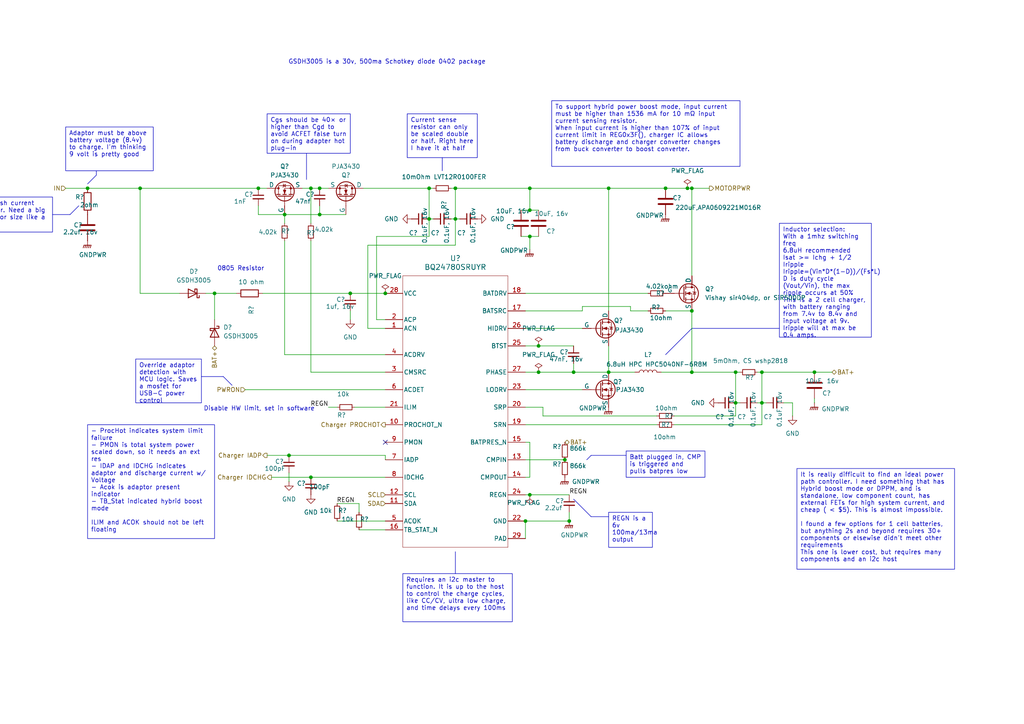
<source format=kicad_sch>
(kicad_sch (version 20231120) (generator "eeschema") (generator_version "8.0")
  (paper "A4")
  (title_block (date "2024-11-28") (rev "V1 Alpha"))
  (lib_symbols
    (symbol "BQ24780s:BQ24780SRUYR" (pin_names (offset 0.254))
      (property "Reference" "U4" (at 0 43.18 0))
      (property "Value" "BQ24780SRUYR" (at 0 40.64 0))
      (symbol "BQ24780SRUYR_0_1"
        (polyline (pts (xy -15.24 -40.64) (xy 15.24 -40.64)) (stroke (width 0.1016)))
        (polyline (pts (xy -15.24 38.1) (xy -15.24 -40.64)) (stroke (width 0.1016)))
        (polyline (pts (xy 15.24 -40.64) (xy 15.24 38.1)) (stroke (width 0.1016)))
        (polyline (pts (xy 15.24 38.1) (xy -15.24 38.1)) (stroke (width 0.1016)))
        (pin input line (at -20.32 22.86 0) (length 5.08) (name "ACN") (number "1"))
        (pin output line (at -20.32 -5.08 0) (length 5.08) (name "PROCHOT_N") (number "10"))
        (pin bidirectional line (at -20.32 -27.94 0) (length 5.08) (name "SDA") (number "11"))
        (pin bidirectional line (at -20.32 -25.4 0) (length 5.08) (name "SCL") (number "12"))
        (pin input line (at 20.32 -15.24 180) (length 5.08) (name "CMPIN") (number "13"))
        (pin output line (at 20.32 -20.32 180) (length 5.08) (name "CMPOUT") (number "14"))
        (pin input line (at 20.32 -10.16 180) (length 5.08) (name "BATPRES_N") (number "15"))
        (pin input line (at -20.32 -35.56 0) (length 5.08) (name "TB_STAT_N") (number "16"))
        (pin output line (at 20.32 27.94 180) (length 5.08) (name "BATSRC") (number "17"))
        (pin input line (at 20.32 33.02 180) (length 5.08) (name "BATDRV") (number "18"))
        (pin input line (at 20.32 -5.08 180) (length 5.08) (name "SRN") (number "19"))
        (pin input line (at -20.32 25.4 0) (length 5.08) (name "ACP") (number "2"))
        (pin input line (at 20.32 0 180) (length 5.08) (name "SRP") (number "20"))
        (pin input line (at -20.32 0 0) (length 5.08) (name "ILIM") (number "21"))
        (pin power_in line (at 20.32 -33.02 180) (length 5.08) (name "GND") (number "22"))
        (pin output line (at 20.32 5.08 180) (length 5.08) (name "LODRV") (number "23"))
        (pin power_in line (at 20.32 -25.4 180) (length 5.08) (name "REGN") (number "24"))
        (pin power_in line (at 20.32 17.78 180) (length 5.08) (name "BTST") (number "25"))
        (pin power_in line (at 20.32 10.16 180) (length 5.08) (name "PHASE") (number "27"))
        (pin power_in line (at -20.32 33.02 0) (length 5.08) (name "VCC") (number "28"))
        (pin power_in line (at 20.32 -38.1 180) (length 5.08) (name "PAD") (number "29"))
        (pin input line (at -20.32 10.16 0) (length 5.08) (name "CMSRC") (number "3"))
        (pin output line (at -20.32 15.24 0) (length 5.08) (name "ACDRV") (number "4"))
        (pin output line (at -20.32 -33.02 0) (length 5.08) (name "ACOK") (number "5"))
        (pin input line (at -20.32 5.08 0) (length 5.08) (name "ACDET") (number "6"))
        (pin output line (at -20.32 -15.24 0) (length 5.08) (name "IADP") (number "7"))
        (pin output line (at -20.32 -20.32 0) (length 5.08) (name "IDCHG") (number "8"))
        (pin output line (at -20.32 -10.16 0) (length 5.08) (name "PMON") (number "9"))
      )
      (symbol "BQ24780SRUYR_1_1"
        (pin output line (at 20.32 22.86 180) (length 5.08) (name "HIDRV") (number "26"))
      )
    )
    (symbol "Device:C" (pin_numbers hide) (pin_names (offset 0.254))
      (property "Reference" "C" (at 0.635 2.54 0))
      (property "Value" "C" (at 0.635 -2.54 0))
      (symbol "C_0_1"
        (polyline (pts (xy -2.032 -0.762) (xy 2.032 -0.762)) (stroke (width 0.508)))
        (polyline (pts (xy -2.032 0.762) (xy 2.032 0.762)) (stroke (width 0.508)))
      )
      (symbol "C_1_1"
        (pin passive line (at 0 3.81 270) (length 2.794) (name "~") (number "1"))
        (pin passive line (at 0 -3.81 90) (length 2.794) (name "~") (number "2"))
      )
    )
    (symbol "Device:C_Small" (pin_numbers hide) (pin_names (offset 0.254) hide)
      (property "Reference" "C" (at 0.254 1.778 0))
      (property "Value" "C_Small" (at 0.254 -2.032 0))
      (symbol "C_Small_0_1"
        (polyline (pts (xy -1.524 -0.508) (xy 1.524 -0.508)) (stroke (width 0.3302)))
        (polyline (pts (xy -1.524 0.508) (xy 1.524 0.508)) (stroke (width 0.3048)))
      )
      (symbol "C_Small_1_1"
        (pin passive line (at 0 2.54 270) (length 2.032) (name "~") (number "1"))
        (pin passive line (at 0 -2.54 90) (length 2.032) (name "~") (number "2"))
      )
    )
    (symbol "Device:D_Schottky" (pin_numbers hide) (pin_names (offset 1.016) hide)
      (property "Reference" "D" (at 0 2.54 0))
      (property "Value" "D_Schottky" (at 0 -2.54 0))
      (symbol "D_Schottky_0_1"
        (polyline (pts (xy 1.27 0) (xy -1.27 0)))
        (polyline (pts (xy 1.27 1.27) (xy 1.27 -1.27) (xy -1.27 0) (xy 1.27 1.27)) (stroke (width 0.254)))
        (polyline (pts (xy -1.905 0.635) (xy -1.905 1.27) (xy -1.27 1.27) (xy -1.27 -1.27) (xy -0.635 -1.27) (xy -0.635 -0.635)) (stroke (width 0.254)))
      )
      (symbol "D_Schottky_1_1"
        (pin passive line (at -3.81 0 0) (length 2.54) (name "K") (number "1"))
        (pin passive line (at 3.81 0 180) (length 2.54) (name "A") (number "2"))
      )
    )
    (symbol "Device:L" (pin_numbers hide) (pin_names (offset 1.016) hide)
      (property "Reference" "L" (at -1.27 0 90))
      (property "Value" "L" (at 1.905 0 90))
      (symbol "L_0_1"
        (arc (start 0 -2.54) (mid 0.6323 -1.905) (end 0 -1.27))
        (arc (start 0 -1.27) (mid 0.6323 -0.635) (end 0 0))
        (arc (start 0 0) (mid 0.6323 0.635) (end 0 1.27))
        (arc (start 0 1.27) (mid 0.6323 1.905) (end 0 2.54))
      )
      (symbol "L_1_1"
        (pin passive line (at 0 3.81 270) (length 1.27) (name "1") (number "1"))
        (pin passive line (at 0 -3.81 90) (length 1.27) (name "2") (number "2"))
      )
    )
    (symbol "Device:R" (pin_numbers hide) (pin_names (offset 0))
      (property "Reference" "R" (at 2.032 0 90))
      (property "Value" "R" (at 0 0 90))
      (symbol "R_0_1"
        (rectangle (start -1.016 -2.54) (end 1.016 2.54) (stroke (width 0.254)))
      )
      (symbol "R_1_1"
        (pin passive line (at 0 3.81 270) (length 1.27) (name "~") (number "1"))
        (pin passive line (at 0 -3.81 90) (length 1.27) (name "~") (number "2"))
      )
    )
    (symbol "Device:R_Small" (pin_numbers hide) (pin_names (offset 0.254) hide)
      (property "Reference" "R" (at 0.762 0.508 0))
      (property "Value" "R_Small" (at 0.762 -1.016 0))
      (symbol "R_Small_0_1"
        (rectangle (start -0.762 1.778) (end 0.762 -1.778) (stroke (width 0.2032)))
      )
      (symbol "R_Small_1_1"
        (pin passive line (at 0 2.54 270) (length 0.762) (name "~") (number "1"))
        (pin passive line (at 0 -2.54 90) (length 0.762) (name "~") (number "2"))
      )
    )
    (symbol "NMOS_1" (pin_numbers hide) (pin_names (offset 0))
      (property "Reference" "Q3" (at 6.35 1.2701 0))
      (property "Value" "NMOS,12v,PPak" (at 6.35 -1.2699 0))
      (symbol "NMOS_1_0_1"
        (polyline (pts (xy 0.254 0) (xy -2.54 0)))
        (polyline (pts (xy 0.254 1.905) (xy 0.254 -1.905)) (stroke (width 0.254)))
        (polyline (pts (xy 0.762 -1.27) (xy 0.762 -2.286)) (stroke (width 0.254)))
        (polyline (pts (xy 0.762 0.508) (xy 0.762 -0.508)) (stroke (width 0.254)))
        (polyline (pts (xy 0.762 2.286) (xy 0.762 1.27)) (stroke (width 0.254)))
        (polyline (pts (xy 2.54 2.54) (xy 2.54 1.778)))
        (polyline (pts (xy 2.54 -2.54) (xy 2.54 0) (xy 0.762 0)))
        (polyline (pts (xy 0.762 -1.778) (xy 3.302 -1.778) (xy 3.302 1.778) (xy 0.762 1.778)))
        (polyline (pts (xy 1.016 0) (xy 2.032 0.381) (xy 2.032 -0.381) (xy 1.016 0)) (fill (type outline)))
        (polyline (pts (xy 2.794 0.508) (xy 2.921 0.381) (xy 3.683 0.381) (xy 3.81 0.254)))
        (polyline (pts (xy 3.302 0.381) (xy 2.921 -0.254) (xy 3.683 -0.254) (xy 3.302 0.381)))
        (circle (center 1.651 0) (radius 2.794) (stroke (width 0.254)))
        (circle (center 2.54 -1.778) (radius 0.254) (fill (type outline)))
        (circle (center 2.54 1.778) (radius 0.254) (fill (type outline)))
      )
      (symbol "NMOS_1_1_1"
        (pin passive line (at 2.54 5.08 270) (length 2.54) (name "D") (number "1"))
        (pin passive line (at 2.54 5.08 270) (length 2.54) (name "D") (number "2"))
        (pin passive line (at 2.54 5.08 270) (length 2.54) (name "D") (number "3"))
        (pin input line (at -5.08 0 0) (length 2.54) (name "G") (number "4"))
        (pin passive line (at 2.54 -5.08 90) (length 2.54) (name "S") (number "5"))
      )
    )
    (symbol "Simulation_SPICE:NMOS" (pin_numbers hide) (pin_names (offset 0))
      (property "Reference" "Q" (at 5.08 1.27 0))
      (property "Value" "NMOS" (at 5.08 -1.27 0))
      (symbol "NMOS_0_1"
        (polyline (pts (xy 0.254 0) (xy -2.54 0)))
        (polyline (pts (xy 0.254 1.905) (xy 0.254 -1.905)) (stroke (width 0.254)))
        (polyline (pts (xy 0.762 -1.27) (xy 0.762 -2.286)) (stroke (width 0.254)))
        (polyline (pts (xy 0.762 0.508) (xy 0.762 -0.508)) (stroke (width 0.254)))
        (polyline (pts (xy 0.762 2.286) (xy 0.762 1.27)) (stroke (width 0.254)))
        (polyline (pts (xy 2.54 2.54) (xy 2.54 1.778)))
        (polyline (pts (xy 2.54 -2.54) (xy 2.54 0) (xy 0.762 0)))
        (polyline (pts (xy 0.762 -1.778) (xy 3.302 -1.778) (xy 3.302 1.778) (xy 0.762 1.778)))
        (polyline (pts (xy 1.016 0) (xy 2.032 0.381) (xy 2.032 -0.381) (xy 1.016 0)) (fill (type outline)))
        (polyline (pts (xy 2.794 0.508) (xy 2.921 0.381) (xy 3.683 0.381) (xy 3.81 0.254)))
        (polyline (pts (xy 3.302 0.381) (xy 2.921 -0.254) (xy 3.683 -0.254) (xy 3.302 0.381)))
        (circle (center 1.651 0) (radius 2.794) (stroke (width 0.254)))
        (circle (center 2.54 -1.778) (radius 0.254) (fill (type outline)))
        (circle (center 2.54 1.778) (radius 0.254) (fill (type outline)))
      )
      (symbol "NMOS_1_1"
        (pin passive line (at 2.54 5.08 270) (length 2.54) (name "D") (number "1"))
        (pin input line (at -5.08 0 0) (length 2.54) (name "G") (number "2"))
        (pin passive line (at 2.54 -5.08 90) (length 2.54) (name "S") (number "3"))
      )
    )
    (symbol "power:GND" (power) (pin_numbers hide) (pin_names (offset 0) hide)
      (property "Value" "GND" (at 0 -3.81 0))
      (symbol "GND_0_1"
        (polyline (pts (xy 0 0) (xy 0 -1.27) (xy 1.27 -1.27) (xy 0 -2.54) (xy -1.27 -1.27) (xy 0 -1.27)))
      )
      (symbol "GND_1_1"
        (pin power_in line (at 0 0 270) (length 0) (name "~") (number "1"))
      )
    )
    (symbol "power:GNDPWR" (power) (pin_numbers hide) (pin_names (offset 0) hide)
      (property "Value" "GNDPWR" (at 0 -3.302 0))
      (symbol "GNDPWR_0_1"
        (polyline (pts (xy 0 -1.27) (xy 0 0)))
        (polyline (pts (xy -1.016 -1.27) (xy -1.27 -2.032) (xy -1.27 -2.032)) (stroke (width 0.2032)))
        (polyline (pts (xy -0.508 -1.27) (xy -0.762 -2.032) (xy -0.762 -2.032)) (stroke (width 0.2032)))
        (polyline (pts (xy 0 -1.27) (xy -0.254 -2.032) (xy -0.254 -2.032)) (stroke (width 0.2032)))
        (polyline (pts (xy 0.508 -1.27) (xy 0.254 -2.032) (xy 0.254 -2.032)) (stroke (width 0.2032)))
        (polyline (pts (xy 1.016 -1.27) (xy -1.016 -1.27) (xy -1.016 -1.27)) (stroke (width 0.2032)))
        (polyline (pts (xy 1.016 -1.27) (xy 0.762 -2.032) (xy 0.762 -2.032) (xy 0.762 -2.032)) (stroke (width 0.2032)))
      )
      (symbol "GNDPWR_1_1"
        (pin power_in line (at 0 0 270) (length 0) (name "~") (number "1"))
      )
    )
    (symbol "power:PWR_FLAG" (power) (pin_numbers hide) (pin_names (offset 0) hide)
      (property "Value" "PWR_FLAG" (at 0 3.81 0))
      (symbol "PWR_FLAG_0_0"
        (pin power_out line (at 0 0 90) (length 0) (name "~") (number "1"))
      )
      (symbol "PWR_FLAG_0_1"
        (polyline (pts (xy 0 0) (xy 0 1.27) (xy -1.016 1.905) (xy 0 2.54) (xy 1.016 1.905) (xy 0 1.27)))
      )
    )
  )
  (junction (at 90.17 54.61))
  (junction (at 132.08 54.61))
  (junction (at 165.1 151.13))
  (junction (at 153.67 68.58))
  (junction (at 193.04 54.61))
  (junction (at 200.66 107.95))
  (junction (at 156.21 107.95))
  (junction (at 25.4 54.61))
  (junction (at 220.98 107.95))
  (junction (at 124.46 54.61))
  (junction (at 220.98 116.84))
  (junction (at 74.93 54.61))
  (junction (at 163.83 133.35))
  (junction (at 132.08 63.5))
  (junction (at 200.66 54.61))
  (junction (at 213.36 107.95))
  (junction (at 153.67 54.61))
  (junction (at 111.76 85.09))
  (junction (at 82.55 62.23))
  (junction (at 153.67 143.51))
  (junction (at 90.17 138.43))
  (junction (at 156.21 100.33))
  (junction (at 124.46 63.5))
  (junction (at 200.66 90.17))
  (junction (at 176.53 107.95))
  (junction (at 166.37 107.95))
  (junction (at 199.39 54.61))
  (junction (at 176.53 54.61))
  (junction (at 92.71 62.23))
  (junction (at 101.6 85.09))
  (junction (at 236.22 107.95))
  (junction (at 153.67 60.96))
  (junction (at 92.71 54.61))
  (junction (at 40.64 54.61))
  (junction (at 152.4 151.13))
  (junction (at 83.82 132.08))
  (junction (at 213.36 116.84))
  (junction (at 62.23 85.09))
  (no_connect (at 111.76 128.27))
  (polyline (pts (xy 58.42 109.22) (xy 64.77 109.22)))
  (polyline (pts (xy 27.94 49.53) (xy 27.94 50.8)))
  (wire (pts (xy 236.22 115.57) (xy 236.22 116.84)))
  (wire (pts (xy 59.69 85.09) (xy 62.23 85.09)))
  (wire (pts (xy 153.67 138.43) (xy 153.67 128.27)))
  (wire (pts (xy 152.4 100.33) (xy 156.21 100.33)))
  (polyline (pts (xy 132.08 160.02) (xy 132.08 166.37)))
  (wire (pts (xy 62.23 92.71) (xy 62.23 85.09)))
  (wire (pts (xy 200.66 90.17) (xy 200.66 107.95)))
  (wire (pts (xy 157.48 120.65) (xy 190.5 120.65)))
  (wire (pts (xy 227.33 116.84) (xy 229.87 116.84)))
  (wire (pts (xy 153.67 54.61) (xy 132.08 54.61)))
  (wire (pts (xy 153.67 68.58) (xy 156.21 68.58)))
  (wire (pts (xy 152.4 156.21) (xy 152.4 151.13)))
  (wire (pts (xy 229.87 120.65) (xy 229.87 116.84)))
  (wire (pts (xy 104.14 153.67) (xy 111.76 153.67)))
  (wire (pts (xy 152.4 85.09) (xy 187.96 85.09)))
  (wire (pts (xy 109.22 68.58) (xy 109.22 92.71)))
  (polyline (pts (xy 64.77 109.22) (xy 67.31 111.76)))
  (wire (pts (xy 105.41 54.61) (xy 124.46 54.61)))
  (wire (pts (xy 219.71 107.95) (xy 220.98 107.95)))
  (wire (pts (xy 106.68 71.12) (xy 132.08 71.12)))
  (wire (pts (xy 124.46 54.61) (xy 125.73 54.61)))
  (wire (pts (xy 90.17 138.43) (xy 111.76 138.43)))
  (wire (pts (xy 151.13 60.96) (xy 153.67 60.96)))
  (polyline (pts (xy 166.37 144.78) (xy 171.45 149.86)))
  (wire (pts (xy 157.48 118.11) (xy 157.48 120.65)))
  (wire (pts (xy 124.46 54.61) (xy 124.46 63.5)))
  (wire (pts (xy 82.55 102.87) (xy 111.76 102.87)))
  (wire (pts (xy 176.53 100.33) (xy 176.53 107.95)))
  (polyline (pts (xy 193.04 102.87) (xy 200.66 95.25)))
  (wire (pts (xy 40.64 54.61) (xy 74.93 54.61)))
  (wire (pts (xy 130.81 54.61) (xy 132.08 54.61)))
  (polyline (pts (xy 181.61 132.08) (xy 171.45 132.08)))
  (polyline (pts (xy 176.53 149.86) (xy 171.45 149.86)))
  (wire (pts (xy 176.53 90.17) (xy 176.53 54.61)))
  (wire (pts (xy 74.93 62.23) (xy 82.55 62.23)))
  (wire (pts (xy 152.4 95.25) (xy 168.91 95.25)))
  (wire (pts (xy 176.53 54.61) (xy 193.04 54.61)))
  (wire (pts (xy 90.17 69.85) (xy 90.17 107.95)))
  (wire (pts (xy 111.76 133.35) (xy 111.76 132.08)))
  (wire (pts (xy 152.4 107.95) (xy 156.21 107.95)))
  (wire (pts (xy 213.36 107.95) (xy 213.36 116.84)))
  (wire (pts (xy 83.82 132.08) (xy 111.76 132.08)))
  (wire (pts (xy 152.4 113.03) (xy 168.91 113.03)))
  (wire (pts (xy 132.08 71.12) (xy 132.08 63.5)))
  (wire (pts (xy 156.21 107.95) (xy 166.37 107.95)))
  (wire (pts (xy 219.71 116.84) (xy 220.98 116.84)))
  (wire (pts (xy 74.93 54.61) (xy 77.47 54.61)))
  (wire (pts (xy 205.74 54.61) (xy 200.66 54.61)))
  (wire (pts (xy 195.58 123.19) (xy 220.98 123.19)))
  (wire (pts (xy 182.88 88.9) (xy 182.88 90.17)))
  (wire (pts (xy 101.6 85.09) (xy 111.76 85.09)))
  (wire (pts (xy 220.98 123.19) (xy 220.98 116.84)))
  (wire (pts (xy 184.15 107.95) (xy 176.53 107.95)))
  (wire (pts (xy 153.67 143.51) (xy 165.1 143.51)))
  (wire (pts (xy 152.4 138.43) (xy 153.67 138.43)))
  (wire (pts (xy 151.13 68.58) (xy 153.67 68.58)))
  (wire (pts (xy 193.04 90.17) (xy 200.66 90.17)))
  (wire (pts (xy 71.12 113.03) (xy 111.76 113.03)))
  (wire (pts (xy 168.91 88.9) (xy 168.91 90.17)))
  (wire (pts (xy 68.58 85.09) (xy 62.23 85.09)))
  (wire (pts (xy 200.66 54.61) (xy 199.39 54.61)))
  (wire (pts (xy 83.82 137.16) (xy 83.82 139.7)))
  (wire (pts (xy 153.67 68.58) (xy 153.67 72.39)))
  (wire (pts (xy 195.58 120.65) (xy 213.36 120.65)))
  (wire (pts (xy 40.64 54.61) (xy 40.64 85.09)))
  (wire (pts (xy 104.14 148.59) (xy 104.14 146.05)))
  (wire (pts (xy 130.81 63.5) (xy 132.08 63.5)))
  (wire (pts (xy 191.77 107.95) (xy 200.66 107.95)))
  (wire (pts (xy 101.6 90.17) (xy 101.6 92.71)))
  (wire (pts (xy 153.67 54.61) (xy 176.53 54.61)))
  (wire (pts (xy 77.47 132.08) (xy 83.82 132.08)))
  (polyline (pts (xy 170.18 133.35) (xy 171.45 132.08)))
  (wire (pts (xy 152.4 133.35) (xy 163.83 133.35)))
  (wire (pts (xy 124.46 63.5) (xy 124.46 68.58)))
  (wire (pts (xy 124.46 63.5) (xy 125.73 63.5)))
  (wire (pts (xy 152.4 118.11) (xy 157.48 118.11)))
  (polyline (pts (xy 226.06 95.25) (xy 200.66 95.25)))
  (wire (pts (xy 19.05 54.61) (xy 25.4 54.61)))
  (wire (pts (xy 92.71 59.69) (xy 92.71 62.23)))
  (wire (pts (xy 109.22 92.71) (xy 111.76 92.71)))
  (polyline (pts (xy 20.32 62.23) (xy 22.86 59.69)))
  (wire (pts (xy 87.63 54.61) (xy 90.17 54.61)))
  (wire (pts (xy 168.91 90.17) (xy 152.4 90.17)))
  (wire (pts (xy 82.55 62.23) (xy 92.71 62.23)))
  (wire (pts (xy 213.36 116.84) (xy 214.63 116.84)))
  (wire (pts (xy 152.4 123.19) (xy 190.5 123.19)))
  (wire (pts (xy 152.4 143.51) (xy 153.67 143.51)))
  (wire (pts (xy 111.76 95.25) (xy 106.68 95.25)))
  (wire (pts (xy 82.55 69.85) (xy 82.55 102.87)))
  (wire (pts (xy 168.91 88.9) (xy 182.88 88.9)))
  (wire (pts (xy 220.98 107.95) (xy 236.22 107.95)))
  (wire (pts (xy 124.46 68.58) (xy 109.22 68.58)))
  (wire (pts (xy 213.36 120.65) (xy 213.36 116.84)))
  (wire (pts (xy 213.36 107.95) (xy 214.63 107.95)))
  (wire (pts (xy 153.67 60.96) (xy 153.67 54.61)))
  (wire (pts (xy 25.4 54.61) (xy 40.64 54.61)))
  (wire (pts (xy 166.37 107.95) (xy 176.53 107.95)))
  (wire (pts (xy 220.98 116.84) (xy 222.25 116.84)))
  (wire (pts (xy 200.66 107.95) (xy 213.36 107.95)))
  (wire (pts (xy 97.79 151.13) (xy 111.76 151.13)))
  (wire (pts (xy 199.39 54.61) (xy 193.04 54.61)))
  (wire (pts (xy 111.76 107.95) (xy 90.17 107.95)))
  (wire (pts (xy 152.4 151.13) (xy 165.1 151.13)))
  (wire (pts (xy 95.25 118.11) (xy 97.79 118.11)))
  (wire (pts (xy 220.98 107.95) (xy 220.98 116.84)))
  (wire (pts (xy 90.17 54.61) (xy 90.17 64.77)))
  (polyline (pts (xy 88.9 44.45) (xy 88.9 52.07)))
  (wire (pts (xy 156.21 100.33) (xy 166.37 100.33)))
  (wire (pts (xy 152.4 128.27) (xy 153.67 128.27)))
  (wire (pts (xy 97.79 146.05) (xy 104.14 146.05)))
  (wire (pts (xy 236.22 107.95) (xy 241.3 107.95)))
  (wire (pts (xy 166.37 107.95) (xy 166.37 105.41)))
  (wire (pts (xy 92.71 54.61) (xy 95.25 54.61)))
  (wire (pts (xy 200.66 54.61) (xy 200.66 80.01)))
  (wire (pts (xy 132.08 63.5) (xy 133.35 63.5)))
  (wire (pts (xy 132.08 54.61) (xy 132.08 63.5)))
  (wire (pts (xy 74.93 59.69) (xy 74.93 62.23)))
  (wire (pts (xy 92.71 62.23) (xy 100.33 62.23)))
  (wire (pts (xy 40.64 85.09) (xy 52.07 85.09)))
  (polyline (pts (xy 128.27 45.72) (xy 128.27 49.53)))
  (wire (pts (xy 76.2 85.09) (xy 101.6 85.09)))
  (wire (pts (xy 78.74 138.43) (xy 90.17 138.43)))
  (wire (pts (xy 102.87 118.11) (xy 111.76 118.11)))
  (wire (pts (xy 90.17 54.61) (xy 92.71 54.61)))
  (polyline (pts (xy 25.4 53.34) (xy 27.94 50.8)))
  (wire (pts (xy 82.55 62.23) (xy 82.55 64.77)))
  (wire (pts (xy 106.68 95.25) (xy 106.68 71.12)))
  (wire (pts (xy 153.67 60.96) (xy 156.21 60.96)))
  (wire (pts (xy 165.1 148.59) (xy 165.1 151.13)))
  (polyline (pts (xy 15.24 62.23) (xy 20.32 62.23)))
  (wire (pts (xy 182.88 90.17) (xy 187.96 90.17)))
  (text_box "To support hybrid power boost mode, input current must be higher than 1536 mA for 10 mΩ input current sensing resistor.\nWhen input current is higher than 107% of input current limit in REG0x3F(), charger IC allows\nbattery discharge and charger converter changes from buck converter to boost converter." (at 160.02 29.21 0) (size 54.61 19.05) (effects (font (size 1.27 1.27)) (justify left top)))
  (text_box "Batt plugged in, CMP is triggered and pulls batpres low" (at 181.61 130.81 0) (size 22.86 7.62) (effects (font (size 1.27 1.27)) (justify left top)))
  (text_box "Inductor selection:\nWith a 1mhz switching freq \n6.8uH recommended\nIsat >= Ichg + 1/2 Iripple\nIripple=(Vin*D*(1-D))/(Fs*L)\nD is duty cycle (Vout/Vin), the max ripple occurs at 50%\nThis is a 2 cell charger, with battery ranging from 7.4v to 8.4v and input voltage at 9v.\nIripple will at max be 0.4 amps." (at 226.06 64.77 0) (size 26.67 33.02) (effects (font (size 1.27 1.27)) (justify left top)))
  (text_box "It is really difficult to find an ideal power path controller. I need something that has Hybrid boost mode or DPPM, and is standalone, low component count, has external FETs for high system current, and cheap ( < $5). This is almost impossible. \n\nI found a few options for 1 cell batteries, but anything 2s and beyond requires 30+ components or elsewise didn't meet other requirements\nThis one is lower cost, but requires many components and an i2c host" (at 231.14 135.89 0) (size 45.72 29.21) (effects (font (size 1.27 1.27)) (justify left top)))
  (text_box "Requires an i2c master to function. It is up to the host to control the charge cycles, like CC/CV, ultra low charge, and time delays every 100ms" (at 116.84 166.37 0) (size 31.75 13.97) (effects (font (size 1.27 1.27)) (justify left top)))
  (text_box "Cgs should be 40× or higher than Cgd to avoid ACFET false turn on during adapter hot plug-in" (at 77.47 33.02 0) (size 24.13 11.43) (effects (font (size 1.27 1.27)) (justify left top)))
  (text_box "Current sense resistor can only be scaled double or half. Right here I have it at half" (at 118.11 33.02 0) (size 20.32 12.7) (effects (font (size 1.27 1.27)) (justify left top)))
  (text_box "In-rush current limiter. Need a big resistor size like a 1206." (at -6.35 57.15 0) (size 21.59 10.16) (effects (font (size 1.27 1.27)) (justify left top)))
  (text_box "Override adaptor detection with MCU logic. Saves a mosfet for USB-C power control" (at 39.37 104.14 0) (size 19.05 12.7) (effects (font (size 1.27 1.27)) (justify left top)))
  (text_box "Adaptor must be above battery voltage (8.4v) to charge. I'm thinking 9 volt is pretty good" (at 19.05 36.83 0) (size 25.4 12.7) (effects (font (size 1.27 1.27)) (justify left top)))
  (text_box "REGN is a 6v 100ma/13ma output" (at 176.53 148.59 0) (size 12.7 10.16) (effects (font (size 1.27 1.27)) (justify left top)))
  (text_box "- ProcHot indicates system limit failure\n- PMON is total system power scaled down, so it needs an ext res\n- IDAP and IDCHG indicates adaptor and discharge current w/ Voltage\n- Acok is adaptor present indicator\n- TB_Stat indicated hybrid boost mode\n\nILIM and ACOK should not be left floating " (at 25.4 123.19 0) (size 36.83 33.02) (effects (font (size 1.27 1.27)) (justify left top)))
  (text "0805 Resistor" (at 69.85 77.978 0) (effects (font (size 1.27 1.27))))
  (text "GSDH3005 is a 30v, 500ma Schotkey diode 0402 package" (at 112.268 18.034 0) (effects (font (size 1.27 1.27))))
  (text "Disable HW limit, set in software" (at 75.184 118.618 0) (effects (font (size 1.27 1.27))))
  (label "REGN" (at 165.1 143.51 0))
  (label "REGN" (at 102.87 146.05 180))
  (label "REGN" (at 95.25 118.11 180))
  (hierarchical_label "SDA" (shape input) (at 111.76 146.05 180))
  (hierarchical_label "MOTORPWR" (shape output) (at 205.74 54.61 0))
  (hierarchical_label "Charger IADP" (shape output) (at 77.47 132.08 180))
  (hierarchical_label "IN" (shape input) (at 19.05 54.61 180))
  (hierarchical_label "Charger PROCHOT" (shape output) (at 111.76 123.19 180))
  (hierarchical_label "BAT+" (shape bidirectional) (at 241.3 107.95 0))
  (hierarchical_label "BAT+" (shape bidirectional) (at 62.23 100.33 270))
  (hierarchical_label "SCL" (shape input) (at 111.76 143.51 180))
  (hierarchical_label "Charger IDCHG" (shape output) (at 78.74 138.43 180))
  (hierarchical_label "PWRON" (shape input) (at 71.12 113.03 180))
  (hierarchical_label "BAT+" (shape bidirectional) (at 163.83 128.27 0))
  (symbol (lib_id "Simulation_SPICE:NMOS") (at 173.99 113.03 0) (unit 1)
    (property "Reference" "Q?" (at 177.8 110.744 0) (effects (justify left)))
    (property "Value" "PJA3430" (at 178.562 113.03 0) (effects (justify left)))
    (property "Footprint" "Package_TO_SOT_SMD:SC-59" (effects (hide yes)))
    (property "Datasheet" "https://ngspice.sourceforge.io/docs/ngspice-html-manual/manual.xhtml#cha_MOSFETs" (effects (hide yes)))
    (property "Description" "N-MOSFET transistor, drain/source/gate" (effects (hide yes)))
    (property "Sim.Device" "NMOS" (effects (hide yes)))
    (property "Sim.Type" "VDMOS" (effects (hide yes)))
    (property "Sim.Pins" "1=D 2=G 3=S" (effects (hide yes)))
  )
  (symbol (lib_id "power:GNDPWR") (at 153.67 72.39 0) (unit 1)
    (property "Reference" "#PWR?" (effects (hide yes)))
    (property "Value" "GNDPWR" (at 149.098 72.644 0))
    (property "Description" "Power symbol creates a global label with name \"GNDPWR\" , global ground" (effects (hide yes)))
  )
  (symbol (lib_id "Device:R_Small") (at 193.04 123.19 270) (unit 1)
    (property "Reference" "R?" (at 193.04 123.19 90))
    (property "Value" "10ohm" (at 192.786 126.746 90))
    (property "Footprint" "Resistor_SMD:R_0402_1005Metric" (effects (hide yes)))
    (property "Description" "Resistor, small symbol" (effects (hide yes)))
  )
  (symbol (lib_id "power:GND") (at 101.6 92.71 0) (unit 1)
    (property "Reference" "#PWR?" (effects (hide yes)))
    (property "Value" "GND" (at 101.6 97.79 0))
    (property "Description" "Power symbol creates a global label with name \"GND\" , ground" (effects (hide yes)))
  )
  (symbol (lib_id "Device:C") (at 25.4 66.04 0) (unit 1)
    (property "Reference" "C?" (at 21.336 65.278 0) (effects (justify left)))
    (property "Value" "2.2uf, 16v" (at 18.288 67.31 0) (effects (justify left)))
    (property "Footprint" "Capacitor_SMD:C_1206_3216Metric" (effects (hide yes)))
    (property "Description" "Unpolarized capacitor" (effects (hide yes)))
  )
  (symbol (lib_id "Device:R") (at 25.4 58.42 180) (unit 1)
    (property "Reference" "R?" (at 23.114 57.15 0))
    (property "Value" "2ohm" (at 25.908 59.436 0))
    (property "Footprint" "Resistor_SMD:R_1206_3216Metric" (effects (hide yes)))
    (property "Description" "Resistor" (effects (hide yes)))
  )
  (symbol (lib_id "Device:C_Small") (at 92.71 57.15 0) (unit 1)
    (property "Reference" "C?" (at 88.646 56.388 0) (effects (justify left)))
    (property "Value" "47nf" (at 85.598 58.42 0) (effects (justify left)))
    (property "Footprint" "Capacitor_SMD:C_0603_1608Metric" (effects (hide yes)))
    (property "Description" "Unpolarized capacitor, small symbol" (effects (hide yes)))
  )
  (symbol (lib_id "power:GND") (at 83.82 139.7 0) (unit 1)
    (property "Reference" "#PWR?" (effects (hide yes)))
    (property "Value" "GND" (at 83.82 144.78 0))
    (property "Description" "Power symbol creates a global label with name \"GND\" , ground" (effects (hide yes)))
  )
  (symbol (lib_id "Device:R_Small") (at 163.83 135.89 180) (unit 1)
    (property "Reference" "R?" (at 161.544 134.62 0))
    (property "Value" "866k" (at 167.64 135.128 0))
    (property "Footprint" "Resistor_SMD:R_0402_1005Metric" (effects (hide yes)))
    (property "Description" "Resistor, small symbol" (effects (hide yes)))
  )
  (symbol (lib_id "Device:R_Small") (at 217.17 107.95 270) (unit 1)
    (property "Reference" "R?" (at 217.424 109.474 90))
    (property "Value" "5mOhm, CS wshp2818" (at 217.678 104.648 90))
    (property "Footprint" "Resistor_SMD:R_2816_7142Metric" (effects (hide yes)))
    (property "Description" "Resistor, small symbol" (effects (hide yes)))
  )
  (symbol (lib_id "Device:C_Small") (at 224.79 116.84 90) (unit 1)
    (property "Reference" "C?" (at 224.028 120.904 90) (effects (justify left)))
    (property "Value" "0.1uF, 16v" (at 226.06 123.952 0) (effects (justify left)))
    (property "Footprint" "Capacitor_SMD:C_0402_1005Metric" (effects (hide yes)))
    (property "Description" "Unpolarized capacitor, small symbol" (effects (hide yes)))
  )
  (symbol (lib_id "power:GNDPWR") (at 25.4 69.85 0) (unit 1)
    (property "Reference" "#PWR?" (effects (hide yes)))
    (property "Value" "GNDPWR" (at 26.924 73.914 0))
    (property "Description" "Power symbol creates a global label with name \"GNDPWR\" , global ground" (effects (hide yes)))
  )
  (symbol (lib_id "power:PWR_FLAG") (at 199.39 54.61 0) (unit 1)
    (property "Reference" "#FLG?" (effects (hide yes)))
    (property "Value" "PWR_FLAG" (at 199.39 49.53 0))
    (property "Description" "Special symbol for telling ERC where power comes from" (effects (hide yes)))
  )
  (symbol (lib_id "power:GND") (at 208.28 116.84 270) (unit 1)
    (property "Reference" "#PWR?" (effects (hide yes)))
    (property "Value" "GND" (at 204.47 116.8399 90) (effects (justify right)))
    (property "Description" "Power symbol creates a global label with name \"GND\" , ground" (effects (hide yes)))
  )
  (symbol (lib_id "Device:R") (at 72.39 85.09 270) (unit 1)
    (property "Reference" "R?" (at 72.898 89.916 0))
    (property "Value" "10 ohm" (at 72.898 81.788 90))
    (property "Footprint" "Resistor_SMD:R_0805_2012Metric" (effects (hide yes)))
    (property "Description" "Resistor" (effects (hide yes)))
  )
  (symbol (lib_id "power:PWR_FLAG") (at 111.76 85.09 0) (unit 1)
    (property "Reference" "#FLG?" (effects (hide yes)))
    (property "Value" "PWR_FLAG" (at 111.76 80.01 0))
    (property "Description" "Special symbol for telling ERC where power comes from" (effects (hide yes)))
  )
  (symbol (lib_id "power:GND") (at 90.17 143.51 0) (unit 1)
    (property "Reference" "#PWR?" (effects (hide yes)))
    (property "Value" "GND" (at 90.17 148.59 0))
    (property "Description" "Power symbol creates a global label with name \"GND\" , ground" (effects (hide yes)))
  )
  (symbol (lib_id "Device:C_Small") (at 217.17 116.84 90) (unit 1)
    (property "Reference" "C?" (at 216.408 120.904 90) (effects (justify left)))
    (property "Value" "0.1uF, 16v" (at 218.44 123.952 0) (effects (justify left)))
    (property "Footprint" "Capacitor_SMD:C_0402_1005Metric" (effects (hide yes)))
    (property "Description" "Unpolarized capacitor, small symbol" (effects (hide yes)))
  )
  (symbol (lib_id "Device:C_Small") (at 166.37 102.87 0) (unit 1)
    (property "Reference" "C?" (at 162.306 102.108 0) (effects (justify left)))
    (property "Value" "47nF, 16v" (at 159.258 104.14 0) (effects (justify left)))
    (property "Footprint" "Capacitor_SMD:C_0603_1608Metric" (effects (hide yes)))
    (property "Description" "Unpolarized capacitor, small symbol" (effects (hide yes)))
  )
  (symbol (lib_id "Device:R_Small") (at 193.04 120.65 270) (unit 1)
    (property "Reference" "R?" (at 194.056 120.65 90))
    (property "Value" "10ohm" (at 193.294 118.364 90))
    (property "Footprint" "Resistor_SMD:R_0402_1005Metric" (effects (hide yes)))
    (property "Description" "Resistor, small symbol" (effects (hide yes)))
  )
  (symbol (lib_id "Device:C_Small") (at 128.27 63.5 90) (unit 1)
    (property "Reference" "C?" (at 127.508 67.564 90) (effects (justify left)))
    (property "Value" "0.1uF, 16v" (at 129.54 70.612 0) (effects (justify left)))
    (property "Footprint" "Capacitor_SMD:C_0402_1005Metric" (effects (hide yes)))
    (property "Description" "Unpolarized capacitor, small symbol" (effects (hide yes)))
  )
  (symbol (lib_id "power:GNDPWR") (at 193.04 62.23 0) (unit 1)
    (property "Reference" "#PWR?" (effects (hide yes)))
    (property "Value" "GNDPWR" (at 188.468 62.484 0))
    (property "Description" "Power symbol creates a global label with name \"GNDPWR\" , global ground" (effects (hide yes)))
  )
  (symbol (lib_id "Device:R_Small") (at 190.5 85.09 270) (unit 1)
    (property "Reference" "R?" (at 191.516 85.09 90))
    (property "Value" "4.02kohm" (at 192.024 83.058 90))
    (property "Footprint" "Resistor_SMD:R_0402_1005Metric" (effects (hide yes)))
    (property "Description" "Resistor, small symbol" (effects (hide yes)))
  )
  (symbol (lib_id "Device:C_Small") (at 135.89 63.5 90) (unit 1)
    (property "Reference" "C?" (at 135.128 67.564 90) (effects (justify left)))
    (property "Value" "0.1uF, 16v" (at 137.16 70.612 0) (effects (justify left)))
    (property "Footprint" "Capacitor_SMD:C_0402_1005Metric" (effects (hide yes)))
    (property "Description" "Unpolarized capacitor, small symbol" (effects (hide yes)))
  )
  (symbol (lib_id "power:GNDPWR") (at 163.83 138.43 0) (unit 1)
    (property "Reference" "#PWR?" (effects (hide yes)))
    (property "Value" "GNDPWR" (at 169.926 139.7 0))
    (property "Description" "Power symbol creates a global label with name \"GNDPWR\" , global ground" (effects (hide yes)))
  )
  (symbol (lib_id "Device:C_Small") (at 121.92 63.5 90) (unit 1)
    (property "Reference" "C?" (at 121.158 67.564 90) (effects (justify left)))
    (property "Value" "0.1uF, 16v" (at 123.19 70.612 0) (effects (justify left)))
    (property "Footprint" "Capacitor_SMD:C_0402_1005Metric" (effects (hide yes)))
    (property "Description" "Unpolarized capacitor, small symbol" (effects (hide yes)))
  )
  (symbol (lib_name "NMOS_1") (lib_id "Simulation_SPICE:NMOS") (at 198.12 85.09 0) (unit 1)
    (property "Reference" "Q?" (at 204.47 83.8199 0) (effects (justify left)))
    (property "Value" "Vishay sir404dp, or SiR500DP" (at 204.47 86.3599 0) (effects (justify left)))
    (property "Footprint" "Package_DFN_QFN:PQFN-8-EP_6x5mm_P1.27mm_Generic" (effects (hide yes)))
    (property "Datasheet" "https://ngspice.sourceforge.io/docs/ngspice-html-manual/manual.xhtml#cha_MOSFETs" (effects (hide yes)))
    (property "Description" "N-MOSFET transistor, drain/source/gate" (effects (hide yes)))
    (property "Sim.Device" "NMOS" (effects (hide yes)))
    (property "Sim.Type" "VDMOS" (effects (hide yes)))
    (property "Sim.Pins" "1=D 2=G 3=S" (effects (hide yes)))
  )
  (symbol (lib_id "power:PWR_FLAG") (at 156.21 100.33 0) (unit 1)
    (property "Reference" "#FLG?" (effects (hide yes)))
    (property "Value" "PWR_FLAG" (at 156.21 95.25 0))
    (property "Description" "Special symbol for telling ERC where power comes from" (effects (hide yes)))
  )
  (symbol (lib_id "power:GNDPWR") (at 165.1 151.13 0) (unit 1)
    (property "Reference" "#PWR?" (effects (hide yes)))
    (property "Value" "GNDPWR" (at 166.624 155.194 0))
    (property "Description" "Power symbol creates a global label with name \"GNDPWR\" , global ground" (effects (hide yes)))
  )
  (symbol (lib_id "Device:R_Small") (at 128.27 54.61 270) (unit 1)
    (property "Reference" "R?" (at 128.778 59.436 0))
    (property "Value" "10mOhm LVT12R0100FER" (at 128.778 51.308 90))
    (property "Footprint" "Resistor_SMD:R_1206_3216Metric" (effects (hide yes)))
    (property "Description" "Resistor, small symbol" (effects (hide yes)))
  )
  (symbol (lib_id "Device:R_Small") (at 163.83 130.81 180) (unit 1)
    (property "Reference" "R?" (at 161.544 129.54 0))
    (property "Value" "866k" (at 167.64 130.048 0))
    (property "Footprint" "Resistor_SMD:R_0402_1005Metric" (effects (hide yes)))
    (property "Description" "Resistor, small symbol" (effects (hide yes)))
  )
  (symbol (lib_id "Device:D_Schottky") (at 62.23 96.52 270) (unit 1)
    (property "Reference" "D?" (at 64.77 94.9324 90) (effects (justify left)))
    (property "Value" "GSDH3005" (at 64.77 97.4724 90) (effects (justify left)))
    (property "Footprint" "Diode_SMD:D_0402_1005Metric" (effects (hide yes)))
    (property "Description" "Schottky diode" (effects (hide yes)))
    (property "Sim.Device" "D" (effects (hide yes)))
    (property "Sim.Pins" "1=K 2=A" (effects (hide yes)))
  )
  (symbol (lib_id "Device:R_Small") (at 90.17 67.31 180) (unit 1)
    (property "Reference" "R?" (at 90.17 67.564 0))
    (property "Value" "4.02k" (at 93.98 66.548 0))
    (property "Footprint" "Resistor_SMD:R_0402_1005Metric" (effects (hide yes)))
    (property "Description" "Resistor, small symbol" (effects (hide yes)))
  )
  (symbol (lib_id "Simulation_SPICE:NMOS") (at 173.99 95.25 0) (unit 1)
    (property "Reference" "Q?" (at 178.054 92.964 0) (effects (justify left)))
    (property "Value" "PJA3430" (at 178.308 95.758 0) (effects (justify left)))
    (property "Footprint" "Package_TO_SOT_SMD:SC-59" (effects (hide yes)))
    (property "Datasheet" "https://ngspice.sourceforge.io/docs/ngspice-html-manual/manual.xhtml#cha_MOSFETs" (effects (hide yes)))
    (property "Description" "N-MOSFET transistor, drain/source/gate" (effects (hide yes)))
    (property "Sim.Device" "NMOS" (effects (hide yes)))
    (property "Sim.Type" "VDMOS" (effects (hide yes)))
    (property "Sim.Pins" "1=D 2=G 3=S" (effects (hide yes)))
  )
  (symbol (lib_id "Simulation_SPICE:NMOS") (at 100.33 57.15 270) (mirror x) (unit 1)
    (property "Reference" "Q?" (at 100.33 50.8 90))
    (property "Value" "PJA3430" (at 100.33 48.26 90))
    (property "Footprint" "Package_TO_SOT_SMD:SC-59" (effects (hide yes)))
    (property "Datasheet" "https://ngspice.sourceforge.io/docs/ngspice-html-manual/manual.xhtml#cha_MOSFETs" (effects (hide yes)))
    (property "Description" "N-MOSFET transistor, drain/source/gate" (effects (hide yes)))
    (property "Sim.Device" "NMOS" (effects (hide yes)))
    (property "Sim.Type" "VDMOS" (effects (hide yes)))
    (property "Sim.Pins" "1=D 2=G 3=S" (effects (hide yes)))
  )
  (symbol (lib_id "Device:L") (at 187.96 107.95 90) (unit 1)
    (property "Reference" "L?" (at 187.96 102.87 90))
    (property "Value" "6.8uH HPC HPC5040NF-6R8M" (at 190.5 105.664 90))
    (property "Footprint" "Inductor_SMD:L_Bourns_SDR0604" (effects (hide yes)))
    (property "Description" "Inductor" (effects (hide yes)))
  )
  (symbol (lib_id "Device:C") (at 156.21 64.77 180) (unit 1)
    (property "Reference" "C?" (at 161.036 67.056 0) (effects (justify left)))
    (property "Value" "10uF, 16v" (at 164.846 61.976 0) (effects (justify left)))
    (property "Footprint" "Capacitor_SMD:C_0805_2012Metric" (effects (hide yes)))
    (property "Description" "Unpolarized capacitor" (effects (hide yes)))
  )
  (symbol (lib_id "Device:R_Small") (at 82.55 67.31 180) (unit 1)
    (property "Reference" "R?" (at 82.804 67.056 0))
    (property "Value" "4.02k" (at 77.724 67.31 0))
    (property "Footprint" "Resistor_SMD:R_0402_1005Metric" (effects (hide yes)))
    (property "Description" "Resistor, small symbol" (effects (hide yes)))
  )
  (symbol (lib_id "Device:C") (at 193.04 58.42 0) (unit 1)
    (property "Reference" "C?" (at 195.072 57.404 0) (effects (justify left)))
    (property "Value" "220uF,APA0609221M016R" (at 195.834 60.198 0) (effects (justify left)))
    (property "Footprint" "Capacitor_SMD:CP_Elec_6.3x9.9" (effects (hide yes)))
    (property "Description" "Unpolarized capacitor" (effects (hide yes)))
  )
  (symbol (lib_id "Device:C_Small") (at 74.93 57.15 0) (unit 1)
    (property "Reference" "C?" (at 70.866 56.388 0) (effects (justify left)))
    (property "Value" "1nF" (at 67.818 58.42 0) (effects (justify left)))
    (property "Footprint" "Capacitor_SMD:C_0402_1005Metric" (effects (hide yes)))
    (property "Description" "Unpolarized capacitor, small symbol" (effects (hide yes)))
  )
  (symbol (lib_id "Device:R_Small") (at 190.5 90.17 270) (unit 1)
    (property "Reference" "R?" (at 190.246 89.154 90))
    (property "Value" "10ohm" (at 191.77 92.202 90))
    (property "Footprint" "Resistor_SMD:R_0402_1005Metric" (effects (hide yes)))
    (property "Description" "Resistor, small symbol" (effects (hide yes)))
  )
  (symbol (lib_id "Device:C") (at 236.22 111.76 180) (unit 1)
    (property "Reference" "C?" (at 241.046 114.046 0) (effects (justify left)))
    (property "Value" "10uF, 16v" (at 243.332 110.49 0) (effects (justify left)))
    (property "Footprint" "Capacitor_SMD:C_0805_2012Metric" (effects (hide yes)))
    (property "Description" "Unpolarized capacitor" (effects (hide yes)))
  )
  (symbol (lib_id "power:GNDPWR") (at 236.22 116.84 0) (unit 1)
    (property "Reference" "#PWR?" (effects (hide yes)))
    (property "Value" "GNDPWR" (at 242.316 118.618 0))
    (property "Description" "Power symbol creates a global label with name \"GNDPWR\" , global ground" (effects (hide yes)))
  )
  (symbol (lib_id "Device:C_Small") (at 90.17 140.97 0) (unit 1)
    (property "Reference" "C?" (at 86.106 140.208 0) (effects (justify left)))
    (property "Value" "100pF" (at 89.662 141.224 0) (effects (justify left)))
    (property "Footprint" "Capacitor_SMD:C_0402_1005Metric" (effects (hide yes)))
    (property "Description" "Unpolarized capacitor, small symbol" (effects (hide yes)))
  )
  (symbol (lib_id "Simulation_SPICE:NMOS") (at 82.55 57.15 90) (unit 1)
    (property "Reference" "Q?" (at 82.55 48.26 90))
    (property "Value" "PJA3430" (at 82.55 50.8 90))
    (property "Footprint" "Package_TO_SOT_SMD:SC-59" (effects (hide yes)))
    (property "Datasheet" "https://ngspice.sourceforge.io/docs/ngspice-html-manual/manual.xhtml#cha_MOSFETs" (effects (hide yes)))
    (property "Description" "N-MOSFET transistor, drain/source/gate" (effects (hide yes)))
    (property "Sim.Device" "NMOS" (effects (hide yes)))
    (property "Sim.Type" "VDMOS" (effects (hide yes)))
    (property "Sim.Pins" "1=D 2=G 3=S" (effects (hide yes)))
  )
  (symbol (lib_id "Device:R_Small") (at 100.33 118.11 270) (unit 1)
    (property "Reference" "R?" (at 99.06 120.396 90))
    (property "Value" "10k" (at 99.568 114.3 90))
    (property "Footprint" "Resistor_SMD:R_0402_1005Metric" (effects (hide yes)))
    (property "Description" "Resistor, small symbol" (effects (hide yes)))
  )
  (symbol (lib_id "Device:R_Small") (at 104.14 151.13 0) (unit 1)
    (property "Reference" "R?" (at 105.664 150.622 0))
    (property "Value" "10k" (at 100.838 150.622 0))
    (property "Footprint" "Resistor_SMD:R_0402_1005Metric" (effects (hide yes)))
    (property "Description" "Resistor, small symbol" (effects (hide yes)))
  )
  (symbol (lib_id "Device:C_Small") (at 83.82 134.62 0) (unit 1)
    (property "Reference" "C?" (at 79.756 133.858 0) (effects (justify left)))
    (property "Value" "100pF" (at 76.708 135.89 0) (effects (justify left)))
    (property "Footprint" "Capacitor_SMD:C_0402_1005Metric" (effects (hide yes)))
    (property "Description" "Unpolarized capacitor, small symbol" (effects (hide yes)))
  )
  (symbol (lib_id "BQ24780s:BQ24780SRUYR") (at 132.08 118.11 0) (unit 1)
    (property "Reference" "U?" (at 132.08 74.93 0) (effects (font (size 1.524 1.524))))
    (property "Value" "BQ24780SRUYR" (at 132.08 77.47 0) (effects (font (size 1.524 1.524))))
    (property "Footprint" "BQ24780:RUY0028A" (effects (hide yes)))
    (property "Datasheet" "BQ24780SRUYR" (effects (hide yes)))
  )
  (symbol (lib_id "Device:R_Small") (at 97.79 148.59 0) (unit 1)
    (property "Reference" "R?" (at 99.314 148.082 0))
    (property "Value" "10k" (at 94.488 148.082 0))
    (property "Footprint" "Resistor_SMD:R_0402_1005Metric" (effects (hide yes)))
    (property "Description" "Resistor, small symbol" (effects (hide yes)))
  )
  (symbol (lib_id "Device:C_Small") (at 210.82 116.84 90) (unit 1)
    (property "Reference" "C?" (at 210.058 120.904 90) (effects (justify left)))
    (property "Value" "0.1uF, 16v" (at 212.09 123.952 0) (effects (justify left)))
    (property "Footprint" "Capacitor_SMD:C_0402_1005Metric" (effects (hide yes)))
    (property "Description" "Unpolarized capacitor, small symbol" (effects (hide yes)))
  )
  (symbol (lib_id "power:GND") (at 138.43 63.5 90) (unit 1)
    (property "Reference" "#PWR?" (effects (hide yes)))
    (property "Value" "GND" (at 142.24 63.4999 90) (effects (justify right)))
    (property "Description" "Power symbol creates a global label with name \"GND\" , ground" (effects (hide yes)))
  )
  (symbol (lib_id "Device:C") (at 151.13 64.77 180) (unit 1)
    (property "Reference" "C?" (at 149.352 65.786 0) (effects (justify left)))
    (property "Value" "10uF, 16v" (at 153.67 61.214 0) (effects (justify left)))
    (property "Footprint" "Capacitor_SMD:C_0805_2012Metric" (effects (hide yes)))
    (property "Description" "Unpolarized capacitor" (effects (hide yes)))
  )
  (symbol (lib_id "power:GND") (at 229.87 120.65 0) (unit 1)
    (property "Reference" "#PWR?" (effects (hide yes)))
    (property "Value" "GND" (at 229.87 125.73 0))
    (property "Description" "Power symbol creates a global label with name \"GND\" , ground" (effects (hide yes)))
  )
  (symbol (lib_id "Device:D_Schottky") (at 55.88 85.09 180) (unit 1)
    (property "Reference" "D?" (at 56.1975 78.74 0))
    (property "Value" "GSDH3005" (at 56.1975 81.28 0))
    (property "Footprint" "Diode_SMD:D_0402_1005Metric" (effects (hide yes)))
    (property "Description" "Schottky diode" (effects (hide yes)))
    (property "Sim.Device" "D" (effects (hide yes)))
    (property "Sim.Pins" "1=K 2=A" (effects (hide yes)))
  )
  (symbol (lib_id "Device:C_Small") (at 165.1 146.05 0) (unit 1)
    (property "Reference" "C?" (at 161.036 145.288 0) (effects (justify left)))
    (property "Value" "2.2uf" (at 157.988 147.32 0) (effects (justify left)))
    (property "Footprint" "Capacitor_SMD:C_0603_1608Metric" (effects (hide yes)))
    (property "Description" "Unpolarized capacitor, small symbol" (effects (hide yes)))
  )
  (symbol (lib_id "power:GNDPWR") (at 176.53 118.11 0) (unit 1)
    (property "Reference" "#PWR?" (effects (hide yes)))
    (property "Value" "GNDPWR" (at 171.958 118.364 0))
    (property "Description" "Power symbol creates a global label with name \"GNDPWR\" , global ground" (effects (hide yes)))
  )
  (symbol (lib_id "power:GND") (at 119.38 63.5 270) (unit 1)
    (property "Reference" "#PWR?" (effects (hide yes)))
    (property "Value" "GND" (at 115.57 63.4999 90) (effects (justify right)))
    (property "Description" "Power symbol creates a global label with name \"GND\" , ground" (effects (hide yes)))
  )
  (symbol (lib_id "power:PWR_FLAG") (at 156.21 107.95 0) (unit 1)
    (property "Reference" "#FLG?" (effects (hide yes)))
    (property "Value" "PWR_FLAG" (at 156.21 102.87 0))
    (property "Description" "Special symbol for telling ERC where power comes from" (effects (hide yes)))
  )
  (symbol (lib_id "power:PWR_FLAG") (at 153.67 143.51 180) (unit 1)
    (property "Reference" "#FLG?" (effects (hide yes)))
    (property "Value" "PWR_FLAG" (at 151.892 145.796 0))
    (property "Description" "Special symbol for telling ERC where power comes from" (effects (hide yes)))
  )
  (symbol (lib_id "Device:C_Small") (at 101.6 87.63 0) (unit 1)
    (property "Reference" "C?" (at 97.536 86.868 0) (effects (justify left)))
    (property "Value" "1uf, 16v" (at 94.488 88.9 0) (effects (justify left)))
    (property "Footprint" "Capacitor_SMD:C_0402_1005Metric" (effects (hide yes)))
    (property "Description" "Unpolarized capacitor, small symbol" (effects (hide yes)))
  )
)
</source>
